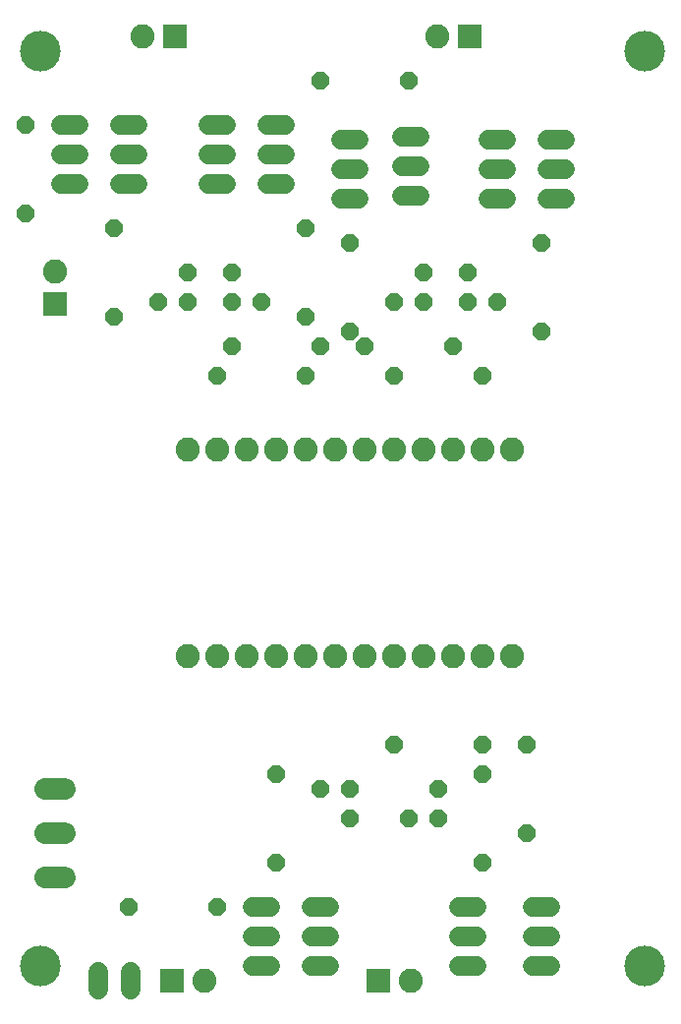
<source format=gbr>
G04 EAGLE Gerber RS-274X export*
G75*
%MOMM*%
%FSLAX34Y34*%
%LPD*%
%INSoldermask Top*%
%IPPOS*%
%AMOC8*
5,1,8,0,0,1.08239X$1,22.5*%
G01*
%ADD10C,3.505200*%
%ADD11C,1.727200*%
%ADD12R,2.082800X2.082800*%
%ADD13C,2.082800*%
%ADD14P,1.649562X8X22.500000*%
%ADD15P,1.649562X8X112.500000*%
%ADD16C,1.879600*%
%ADD17P,1.649562X8X292.500000*%
%ADD18P,1.649562X8X202.500000*%


D10*
X546100Y38100D03*
X25400Y825500D03*
X546100Y825500D03*
X25400Y38100D03*
D11*
X74930Y33020D02*
X74930Y17780D01*
X102870Y17780D02*
X102870Y33020D01*
D12*
X394970Y838200D03*
D13*
X367030Y838200D03*
D12*
X38100Y608330D03*
D13*
X38100Y636270D03*
D12*
X138430Y25400D03*
D13*
X166370Y25400D03*
D12*
X140970Y838200D03*
D13*
X113030Y838200D03*
D12*
X316230Y25400D03*
D13*
X344170Y25400D03*
D11*
X462280Y698500D02*
X477520Y698500D01*
X477520Y723900D02*
X462280Y723900D01*
X462280Y749300D02*
X477520Y749300D01*
X274320Y88900D02*
X259080Y88900D01*
X259080Y63500D02*
X274320Y63500D01*
X274320Y38100D02*
X259080Y38100D01*
X449580Y88900D02*
X464820Y88900D01*
X464820Y63500D02*
X449580Y63500D01*
X449580Y38100D02*
X464820Y38100D01*
X401320Y88900D02*
X386080Y88900D01*
X386080Y63500D02*
X401320Y63500D01*
X401320Y38100D02*
X386080Y38100D01*
X411480Y698500D02*
X426720Y698500D01*
X426720Y723900D02*
X411480Y723900D01*
X411480Y749300D02*
X426720Y749300D01*
X299720Y698500D02*
X284480Y698500D01*
X284480Y723900D02*
X299720Y723900D01*
X299720Y749300D02*
X284480Y749300D01*
X336550Y701040D02*
X351790Y701040D01*
X351790Y726440D02*
X336550Y726440D01*
X336550Y751840D02*
X351790Y751840D01*
X236220Y711200D02*
X220980Y711200D01*
X220980Y736600D02*
X236220Y736600D01*
X236220Y762000D02*
X220980Y762000D01*
X185420Y711200D02*
X170180Y711200D01*
X170180Y736600D02*
X185420Y736600D01*
X185420Y762000D02*
X170180Y762000D01*
X109220Y711200D02*
X93980Y711200D01*
X93980Y736600D02*
X109220Y736600D01*
X109220Y762000D02*
X93980Y762000D01*
X58420Y711200D02*
X43180Y711200D01*
X43180Y736600D02*
X58420Y736600D01*
X58420Y762000D02*
X43180Y762000D01*
X208280Y88900D02*
X223520Y88900D01*
X223520Y63500D02*
X208280Y63500D01*
X208280Y38100D02*
X223520Y38100D01*
D14*
X266700Y800100D03*
X342900Y800100D03*
D15*
X12700Y685800D03*
X12700Y762000D03*
D14*
X101600Y88900D03*
X177800Y88900D03*
D16*
X46482Y190500D02*
X29718Y190500D01*
X29718Y152400D02*
X46482Y152400D01*
X46482Y114300D02*
X29718Y114300D01*
D13*
X152400Y304800D03*
X177800Y304800D03*
X203200Y304800D03*
X228600Y304800D03*
X254000Y304800D03*
X279400Y304800D03*
X304800Y304800D03*
X330200Y304800D03*
X355600Y304800D03*
X381000Y304800D03*
X406400Y304800D03*
X431800Y304800D03*
X431800Y482600D03*
X406400Y482600D03*
X381000Y482600D03*
X355600Y482600D03*
X330200Y482600D03*
X304800Y482600D03*
X279400Y482600D03*
X254000Y482600D03*
X228600Y482600D03*
X203200Y482600D03*
X177800Y482600D03*
X152400Y482600D03*
D17*
X457200Y660400D03*
X457200Y584200D03*
X292100Y660400D03*
X292100Y584200D03*
D15*
X254000Y596900D03*
X254000Y673100D03*
X88900Y596900D03*
X88900Y673100D03*
X228600Y127000D03*
X228600Y203200D03*
X406400Y127000D03*
X406400Y203200D03*
D17*
X393700Y635000D03*
X393700Y609600D03*
X419100Y609600D03*
X190500Y635000D03*
X190500Y609600D03*
X215900Y609600D03*
D14*
X330200Y609600D03*
X355600Y609600D03*
X355600Y635000D03*
X127000Y609600D03*
X152400Y609600D03*
X152400Y635000D03*
D15*
X292100Y165100D03*
X292100Y190500D03*
X266700Y190500D03*
D14*
X342900Y165100D03*
X368300Y165100D03*
X368300Y190500D03*
D15*
X444500Y152400D03*
X444500Y228600D03*
D14*
X330200Y228600D03*
X406400Y228600D03*
X177800Y546100D03*
X254000Y546100D03*
X190500Y571500D03*
X266700Y571500D03*
D18*
X381000Y571500D03*
X304800Y571500D03*
X406400Y546100D03*
X330200Y546100D03*
M02*

</source>
